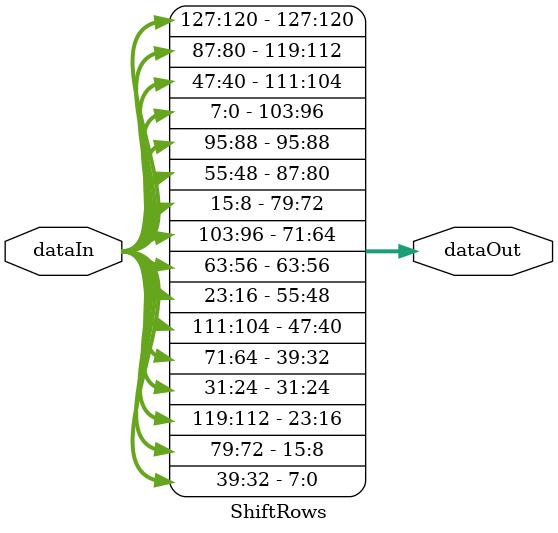
<source format=v>
module ShiftRows (
  input  [127:0] dataIn,
    output [127:0] dataOut
	);
	


//Shift Rows

//first column
assign dataOut[127:120] = dataIn[127:120];
assign dataOut[119:112] = dataIn[87:80];
assign dataOut[111:104] = dataIn[47:40];
assign dataOut[103:96] = dataIn[7:0];

//second column

assign 	dataOut[95:88] = dataIn[95:88];
assign  dataOut[87:80] = dataIn[55:48];
assign  dataOut[79:72] = dataIn[15:8];
assign  dataOut[71:64] = dataIn[103:96];

//third column
assign dataOut[63:56] = dataIn[63:56];
assign dataOut[55:48] = dataIn[23:16];
assign dataOut[47:40] = dataIn[111:104];
assign dataOut[39:32] = dataIn[71:64];

	//forth column 
assign dataOut[31:24] = dataIn[31:24];
assign dataOut[23:16] = dataIn[119:112];
assign dataOut[15:8] = dataIn[79:72];
assign dataOut[7:0] = dataIn[39:32];


    
endmodule
</source>
